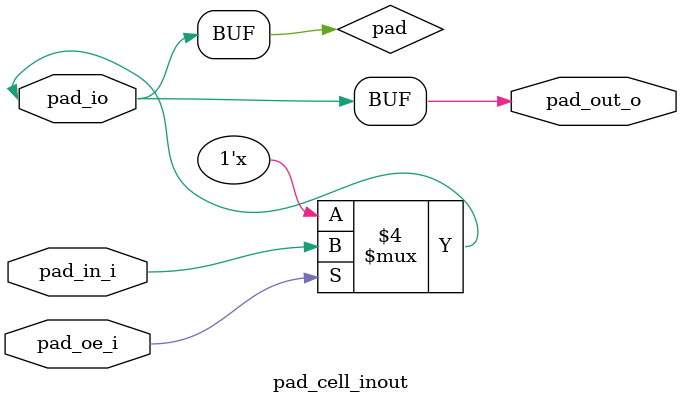
<source format=sv>

/* verilator lint_off UNUSED */
module pad_cell_inout #(
    parameter PADATTR = 16
) (
    input logic pad_in_i,
    input logic pad_oe_i,
    output logic pad_out_o,
    inout logic pad_io
);

  logic pad;

  assign pad_out_o = pad_io;
  assign pad_io = pad;

  always_comb begin
    if (pad_oe_i == 1'b1) begin
      pad = pad_in_i;
    end else begin
      pad = 1'bz;
    end
  end

endmodule

</source>
